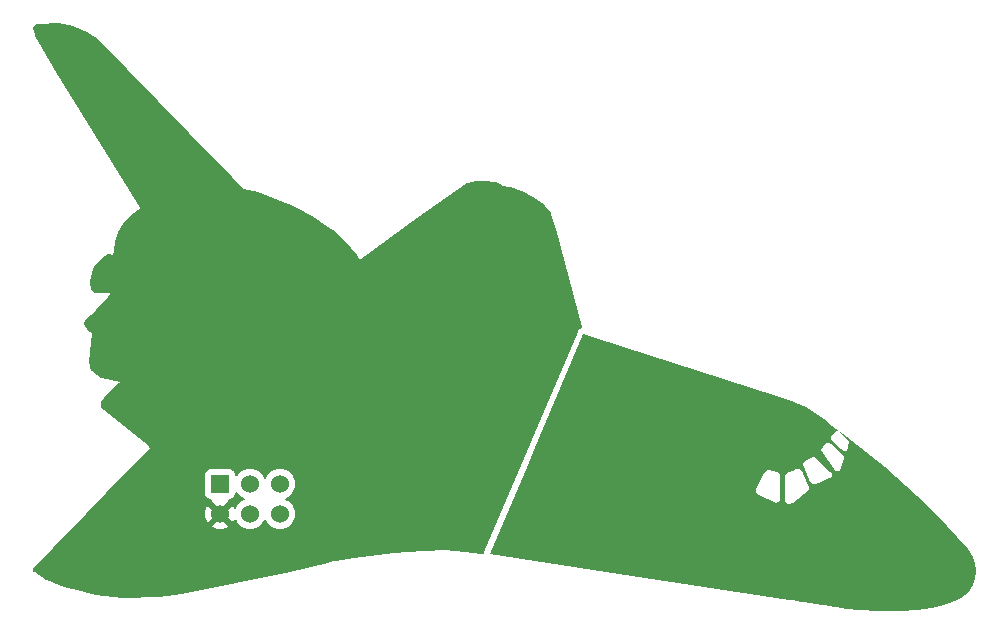
<source format=gtl>
%TF.GenerationSoftware,KiCad,Pcbnew,7.0.1-0*%
%TF.CreationDate,2023-03-26T18:35:46-04:00*%
%TF.ProjectId,space_shuttle_SAO,73706163-655f-4736-9875-74746c655f53,v04*%
%TF.SameCoordinates,Original*%
%TF.FileFunction,Copper,L1,Top*%
%TF.FilePolarity,Positive*%
%FSLAX46Y46*%
G04 Gerber Fmt 4.6, Leading zero omitted, Abs format (unit mm)*
G04 Created by KiCad (PCBNEW 7.0.1-0) date 2023-03-26 18:35:46*
%MOMM*%
%LPD*%
G01*
G04 APERTURE LIST*
%TA.AperFunction,ComponentPad*%
%ADD10R,1.524000X1.524000*%
%TD*%
%TA.AperFunction,ComponentPad*%
%ADD11C,1.524000*%
%TD*%
G04 APERTURE END LIST*
%TA.AperFunction,EtchedComponent*%
%TO.C,svg2mod*%
G36*
X147187899Y-94785932D02*
G01*
X164624047Y-100329793D01*
X166065817Y-100926656D01*
X167585105Y-101980338D01*
X168260517Y-102595803D01*
X169537441Y-103533730D01*
X172728462Y-106072595D01*
X175482298Y-108492085D01*
X177125091Y-110099738D01*
X178868655Y-111991612D01*
X179745088Y-112944009D01*
X180208624Y-113677299D01*
X180380707Y-114179592D01*
X180443752Y-114811594D01*
X180380707Y-115504575D01*
X180181235Y-116031675D01*
X179948174Y-116480745D01*
X179543031Y-116842996D01*
X179166828Y-117143235D01*
X178271274Y-117565433D01*
X177396392Y-117820198D01*
X176683774Y-117976259D01*
X175427003Y-118166945D01*
X174127859Y-118239811D01*
X172390496Y-118232561D01*
X170462448Y-118113705D01*
X168939028Y-117943692D01*
X168866585Y-117932737D01*
X168672090Y-117903307D01*
X168389793Y-117860558D01*
X168053943Y-117809642D01*
X167698792Y-117755714D01*
X167358589Y-117703928D01*
X167067583Y-117659439D01*
X166860026Y-117627399D01*
X166770167Y-117612963D01*
X166703702Y-117602391D01*
X166542987Y-117577825D01*
X166305350Y-117541848D01*
X166008115Y-117497042D01*
X165668609Y-117445989D01*
X165304157Y-117391272D01*
X164932086Y-117335473D01*
X164569721Y-117281173D01*
X164234389Y-117230955D01*
X163943415Y-117187402D01*
X163714125Y-117153096D01*
X163563846Y-117130619D01*
X163509902Y-117122552D01*
X150215621Y-115085983D01*
X139287607Y-113448874D01*
X141566366Y-108065738D01*
X161811370Y-108065738D01*
X161827906Y-108176326D01*
X161876997Y-108260559D01*
X161994821Y-108352025D01*
X162066134Y-108379415D01*
X163335306Y-109032086D01*
X163340466Y-109033145D01*
X163513583Y-109048120D01*
X163698584Y-109010914D01*
X163807103Y-108927714D01*
X163829437Y-108878083D01*
X164300654Y-108878083D01*
X164346128Y-109012960D01*
X164436047Y-109098224D01*
X164548701Y-109134398D01*
X164664972Y-109138023D01*
X164868577Y-109100301D01*
X164957977Y-109070845D01*
X164966762Y-109067220D01*
X166280375Y-107972197D01*
X166285032Y-107964974D01*
X166321206Y-107837850D01*
X166302077Y-107714861D01*
X166252986Y-107582053D01*
X165674726Y-106390394D01*
X165673138Y-106387298D01*
X165670492Y-106383674D01*
X165525800Y-106237946D01*
X165373871Y-106182135D01*
X165280949Y-106182646D01*
X165149173Y-106221920D01*
X165090261Y-106256544D01*
X164478412Y-106580039D01*
X164356458Y-106665823D01*
X164305814Y-106798630D01*
X164300654Y-106957793D01*
X164300654Y-108874987D01*
X164300654Y-108878083D01*
X163829437Y-108878083D01*
X163862915Y-108803690D01*
X163868603Y-108744262D01*
X163886701Y-106885980D01*
X163886701Y-106885450D01*
X163843809Y-106681846D01*
X163748723Y-106554721D01*
X163608679Y-106472558D01*
X163608150Y-106472558D01*
X162900699Y-106291173D01*
X162898053Y-106291173D01*
X162747243Y-106315951D01*
X162634586Y-106391399D01*
X162539503Y-106506636D01*
X162538974Y-106507694D01*
X161925056Y-107772733D01*
X161839791Y-107931380D01*
X161811370Y-108065738D01*
X141566366Y-108065738D01*
X142495376Y-105871128D01*
X165821360Y-105871128D01*
X165873552Y-106034426D01*
X166398067Y-107269491D01*
X166400184Y-107272586D01*
X166526274Y-107406428D01*
X166672517Y-107469473D01*
X166844083Y-107489634D01*
X166855963Y-107489105D01*
X166866308Y-107483946D01*
X167297291Y-107283442D01*
X167974770Y-106995604D01*
X167980961Y-106992959D01*
X168071912Y-106934049D01*
X168072441Y-106934049D01*
X168169074Y-106867903D01*
X168224886Y-106787803D01*
X168240390Y-106699954D01*
X168225918Y-106619338D01*
X168161322Y-106498415D01*
X168121532Y-106451907D01*
X168120473Y-106451378D01*
X166875587Y-105287108D01*
X166771201Y-105212694D01*
X166659582Y-105192533D01*
X166590311Y-105200891D01*
X166440964Y-105262385D01*
X165939187Y-105550739D01*
X165935563Y-105553834D01*
X165868382Y-105628764D01*
X165831176Y-105710931D01*
X165821360Y-105871128D01*
X142495376Y-105871128D01*
X143048229Y-104565118D01*
X167358209Y-104565118D01*
X167369586Y-104712396D01*
X167454334Y-104877760D01*
X167455393Y-104879877D01*
X167455922Y-104880935D01*
X168448109Y-106251911D01*
X168448109Y-106252440D01*
X168491517Y-106301015D01*
X168607272Y-106387830D01*
X168732846Y-106422453D01*
X168779873Y-106418829D01*
X168873925Y-106375937D01*
X168957639Y-106285505D01*
X168961263Y-106279314D01*
X169289926Y-105405464D01*
X169289926Y-105404406D01*
X169308526Y-105262295D01*
X169279073Y-105132586D01*
X169176753Y-105012698D01*
X168192315Y-104117663D01*
X168092581Y-104026194D01*
X167953571Y-103986922D01*
X167953042Y-103986922D01*
X167763897Y-104025077D01*
X167753049Y-104029734D01*
X167479163Y-104318606D01*
X167478105Y-104319664D01*
X167399558Y-104414232D01*
X167395933Y-104419391D01*
X167358209Y-104565118D01*
X143048229Y-104565118D01*
X143452267Y-103610655D01*
X168147350Y-103610655D01*
X168195927Y-103699539D01*
X168228481Y-103730027D01*
X168223322Y-103725900D01*
X169027925Y-104488127D01*
X169031021Y-104490773D01*
X169093547Y-104550717D01*
X169239277Y-104647869D01*
X169386036Y-104679392D01*
X169438230Y-104666983D01*
X169526596Y-104593085D01*
X169581891Y-104457692D01*
X169671807Y-103875815D01*
X169675935Y-103845327D01*
X168728705Y-103027289D01*
X168689946Y-102993700D01*
X168294111Y-103355375D01*
X168163886Y-103476813D01*
X168147350Y-103610655D01*
X143452267Y-103610655D01*
X147187899Y-94785932D01*
G37*
%TD.AperFunction*%
%TD*%
D10*
%TO.P,J1,1,VCC*%
%TO.N,Net-(J1-Pad1)*%
X116440956Y-107473398D03*
D11*
%TO.P,J1,2,GND*%
%TO.N,GND*%
X116440956Y-110013398D03*
%TO.P,J1,3,SDA*%
%TO.N,unconnected-(J1-Pad3)*%
X118980956Y-107473398D03*
%TO.P,J1,4,SCL*%
%TO.N,unconnected-(J1-Pad4)*%
X118980956Y-110013398D03*
%TO.P,J1,5,GPIO_1*%
%TO.N,unconnected-(J1-Pad5)*%
X121520956Y-107473398D03*
%TO.P,J1,6,GPIO_2*%
%TO.N,unconnected-(J1-Pad6)*%
X121520956Y-110013398D03*
%TD*%
%TA.AperFunction,Conductor*%
%TO.N,GND*%
G36*
X102847639Y-68490090D02*
G01*
X103951091Y-68695727D01*
X103976409Y-68703263D01*
X105141387Y-69188005D01*
X105162636Y-69199339D01*
X106103167Y-69823280D01*
X106123967Y-69840561D01*
X107929965Y-71702934D01*
X107929966Y-71702935D01*
X108539377Y-72330733D01*
X113798079Y-77748094D01*
X113798386Y-77748527D01*
X117489548Y-81519201D01*
X118168818Y-82213104D01*
X118406668Y-82456077D01*
X118412566Y-82463783D01*
X118417605Y-82468217D01*
X118423019Y-82470059D01*
X118433348Y-82471403D01*
X119640118Y-82784982D01*
X119653225Y-82789165D01*
X122228757Y-83769380D01*
X122238215Y-83773431D01*
X123164997Y-84216069D01*
X123168980Y-84218059D01*
X124085976Y-84697009D01*
X124240158Y-84777539D01*
X124252346Y-84784806D01*
X125849162Y-85863262D01*
X125862431Y-85873577D01*
X125991536Y-85988534D01*
X127027167Y-86910677D01*
X127042344Y-86924190D01*
X127054456Y-86936569D01*
X128010818Y-88058908D01*
X128152804Y-88225535D01*
X128160875Y-88236086D01*
X128309942Y-88453862D01*
X128311230Y-88456751D01*
X128323176Y-88473250D01*
X128323267Y-88473310D01*
X128323400Y-88473331D01*
X128323720Y-88473109D01*
X128323724Y-88473109D01*
X128323725Y-88473106D01*
X128341382Y-88460930D01*
X128343188Y-88459024D01*
X133145817Y-84996241D01*
X133146751Y-84995575D01*
X137359534Y-82024013D01*
X137405146Y-82003908D01*
X138101884Y-81851008D01*
X138122361Y-81848249D01*
X138623983Y-81822238D01*
X138640741Y-81822484D01*
X138963465Y-81848786D01*
X139613291Y-81901745D01*
X139643835Y-81908110D01*
X139769577Y-81951120D01*
X140156544Y-82083483D01*
X140172806Y-82090355D01*
X140410544Y-82211116D01*
X140414519Y-82213309D01*
X140419437Y-82213842D01*
X141011121Y-82301632D01*
X141036882Y-82308296D01*
X142188297Y-82740272D01*
X142203954Y-82747401D01*
X142944865Y-83148026D01*
X142960913Y-83158346D01*
X143918300Y-83882148D01*
X143941468Y-83904914D01*
X144124825Y-84138805D01*
X144444468Y-84546543D01*
X144465216Y-84585579D01*
X144884866Y-85885818D01*
X144886686Y-85891992D01*
X147093915Y-94152468D01*
X147095739Y-94209709D01*
X147072037Y-94261844D01*
X147027708Y-94298102D01*
X147006752Y-94308389D01*
X146989128Y-94317041D01*
X146978877Y-94321519D01*
X146932982Y-94339188D01*
X146923135Y-94344953D01*
X146921301Y-94346472D01*
X146899169Y-94360784D01*
X146865076Y-94392037D01*
X146856498Y-94399226D01*
X146817444Y-94429106D01*
X146809617Y-94437413D01*
X146808289Y-94439383D01*
X146791090Y-94459346D01*
X146767186Y-94498931D01*
X146760983Y-94508241D01*
X146731917Y-94547931D01*
X146726756Y-94558091D01*
X146712213Y-94603831D01*
X146708169Y-94614769D01*
X138823524Y-113240751D01*
X138821795Y-113244649D01*
X138795551Y-113301230D01*
X138790373Y-113335787D01*
X138764947Y-113394824D01*
X138713708Y-113433637D01*
X138649992Y-113442123D01*
X138515321Y-113425133D01*
X137207079Y-113260076D01*
X137204971Y-113259347D01*
X137181518Y-113256835D01*
X137179727Y-113256630D01*
X137163548Y-113254662D01*
X137161558Y-113254755D01*
X135476207Y-113079370D01*
X135466773Y-113077294D01*
X135457286Y-113077046D01*
X135447737Y-113078623D01*
X133692866Y-113170710D01*
X133691244Y-113170592D01*
X133677231Y-113171527D01*
X133676523Y-113171572D01*
X133658831Y-113172651D01*
X133657408Y-113172979D01*
X131187064Y-113354111D01*
X131184905Y-113353841D01*
X131162413Y-113355907D01*
X131161237Y-113356010D01*
X131149594Y-113356969D01*
X131147732Y-113357367D01*
X128430680Y-113628392D01*
X128424278Y-113628046D01*
X128415592Y-113629566D01*
X128406728Y-113630795D01*
X128399128Y-113631574D01*
X128393160Y-113633552D01*
X125656377Y-114121686D01*
X125651945Y-114121739D01*
X125637751Y-114124914D01*
X125633641Y-114125762D01*
X125622002Y-114127960D01*
X125617871Y-114129590D01*
X122375260Y-114896517D01*
X122371988Y-114897245D01*
X113224268Y-116805367D01*
X113214326Y-116807029D01*
X111254812Y-117054499D01*
X111241064Y-117055475D01*
X108116577Y-117106049D01*
X108102529Y-117105492D01*
X105946504Y-116899070D01*
X105923391Y-116894650D01*
X104353763Y-116439060D01*
X104348070Y-116436460D01*
X104340021Y-116434750D01*
X104331819Y-116432717D01*
X104323260Y-116430288D01*
X104316934Y-116429959D01*
X103228182Y-116205205D01*
X103206381Y-116198602D01*
X101759748Y-115613066D01*
X101739049Y-115602364D01*
X100733797Y-114958302D01*
X100733202Y-114957918D01*
X100646389Y-114901607D01*
X100607906Y-114862351D01*
X100589800Y-114810445D01*
X100595518Y-114755771D01*
X100623969Y-114708735D01*
X104106772Y-111073212D01*
X115740351Y-111073212D01*
X115803529Y-111117450D01*
X116004931Y-111211366D01*
X116219579Y-111268880D01*
X116440956Y-111288248D01*
X116662332Y-111268880D01*
X116876980Y-111211366D01*
X117078383Y-111117450D01*
X117141559Y-111073212D01*
X117141559Y-111073210D01*
X116440957Y-110372608D01*
X116440956Y-110372608D01*
X115740351Y-111073211D01*
X115740351Y-111073212D01*
X104106772Y-111073212D01*
X105122067Y-110013397D01*
X115166105Y-110013397D01*
X115185473Y-110234774D01*
X115242987Y-110449422D01*
X115336903Y-110650824D01*
X115381140Y-110714001D01*
X115381141Y-110714001D01*
X116081746Y-110013398D01*
X116081746Y-110013397D01*
X115381141Y-109312792D01*
X115336904Y-109375970D01*
X115242987Y-109577373D01*
X115185473Y-109792021D01*
X115166105Y-110013397D01*
X105122067Y-110013397D01*
X106778782Y-108284036D01*
X115170456Y-108284036D01*
X115176967Y-108344599D01*
X115190782Y-108381637D01*
X115228067Y-108481603D01*
X115315694Y-108598659D01*
X115432750Y-108686286D01*
X115432751Y-108686286D01*
X115432752Y-108686287D01*
X115569755Y-108737387D01*
X115630318Y-108743898D01*
X115640191Y-108743898D01*
X115701277Y-108759696D01*
X115747046Y-108803129D01*
X115766018Y-108863305D01*
X115753438Y-108925134D01*
X115741630Y-108938958D01*
X115740350Y-108953583D01*
X116440955Y-109654188D01*
X116440956Y-109654188D01*
X117141559Y-108953583D01*
X117140280Y-108938958D01*
X117128472Y-108925133D01*
X117115893Y-108863304D01*
X117134866Y-108803128D01*
X117180634Y-108759696D01*
X117241720Y-108743898D01*
X117251594Y-108743898D01*
X117312157Y-108737387D01*
X117449160Y-108686287D01*
X117566217Y-108598659D01*
X117653845Y-108481602D01*
X117704945Y-108344599D01*
X117711456Y-108284036D01*
X117711456Y-108275034D01*
X117727254Y-108213948D01*
X117770686Y-108168180D01*
X117830862Y-108149207D01*
X117892691Y-108161786D01*
X117940669Y-108202763D01*
X118003981Y-108293182D01*
X118161171Y-108450372D01*
X118343277Y-108577885D01*
X118343278Y-108577885D01*
X118343279Y-108577886D01*
X118453331Y-108629204D01*
X118506347Y-108675698D01*
X118526080Y-108743398D01*
X118506347Y-108811098D01*
X118453330Y-108857592D01*
X118441082Y-108863304D01*
X118343278Y-108908910D01*
X118161171Y-109036423D01*
X118003981Y-109193613D01*
X117876468Y-109375721D01*
X117824875Y-109486363D01*
X117778380Y-109539380D01*
X117710680Y-109559113D01*
X117642980Y-109539380D01*
X117596485Y-109486363D01*
X117545007Y-109375969D01*
X117500771Y-109312793D01*
X117500769Y-109312793D01*
X116800166Y-110013398D01*
X116800166Y-110013399D01*
X117500768Y-110714001D01*
X117500770Y-110714001D01*
X117545009Y-110650823D01*
X117596485Y-110540433D01*
X117642980Y-110487415D01*
X117710680Y-110467682D01*
X117778380Y-110487415D01*
X117824874Y-110540432D01*
X117835518Y-110563259D01*
X117876467Y-110651074D01*
X118003981Y-110833182D01*
X118161171Y-110990372D01*
X118343277Y-111117885D01*
X118343278Y-111117885D01*
X118343279Y-111117886D01*
X118544760Y-111211838D01*
X118695695Y-111252281D01*
X118759488Y-111269375D01*
X118759489Y-111269375D01*
X118759493Y-111269376D01*
X118980956Y-111288751D01*
X119202419Y-111269376D01*
X119417152Y-111211838D01*
X119618633Y-111117886D01*
X119800737Y-110990375D01*
X119957933Y-110833179D01*
X120085444Y-110651075D01*
X120136762Y-110541022D01*
X120183256Y-110488007D01*
X120250956Y-110468274D01*
X120318656Y-110488007D01*
X120365149Y-110541022D01*
X120392952Y-110600645D01*
X120416468Y-110651076D01*
X120543981Y-110833182D01*
X120701171Y-110990372D01*
X120883277Y-111117885D01*
X120883278Y-111117885D01*
X120883279Y-111117886D01*
X121084760Y-111211838D01*
X121235695Y-111252281D01*
X121299488Y-111269375D01*
X121299489Y-111269375D01*
X121299493Y-111269376D01*
X121520956Y-111288751D01*
X121742419Y-111269376D01*
X121957152Y-111211838D01*
X122158633Y-111117886D01*
X122340737Y-110990375D01*
X122497933Y-110833179D01*
X122625444Y-110651075D01*
X122719396Y-110449594D01*
X122776934Y-110234861D01*
X122796309Y-110013398D01*
X122776934Y-109791935D01*
X122719396Y-109577202D01*
X122625444Y-109375722D01*
X122497933Y-109193617D01*
X122497932Y-109193616D01*
X122497930Y-109193613D01*
X122340740Y-109036423D01*
X122158634Y-108908910D01*
X122108203Y-108885394D01*
X122048580Y-108857591D01*
X121995565Y-108811098D01*
X121975832Y-108743398D01*
X121995565Y-108675698D01*
X122048580Y-108629204D01*
X122158633Y-108577886D01*
X122340737Y-108450375D01*
X122497933Y-108293179D01*
X122625444Y-108111075D01*
X122719396Y-107909594D01*
X122776934Y-107694861D01*
X122796309Y-107473398D01*
X122776934Y-107251935D01*
X122719396Y-107037202D01*
X122625444Y-106835722D01*
X122624313Y-106834107D01*
X122504335Y-106662760D01*
X122497933Y-106653617D01*
X122497932Y-106653616D01*
X122497930Y-106653613D01*
X122340740Y-106496423D01*
X122158634Y-106368910D01*
X122088073Y-106336007D01*
X121957152Y-106274958D01*
X121943665Y-106271344D01*
X121742423Y-106217420D01*
X121520956Y-106198045D01*
X121299488Y-106217420D01*
X121084763Y-106274957D01*
X121084762Y-106274957D01*
X121084760Y-106274958D01*
X121024398Y-106303105D01*
X120883278Y-106368910D01*
X120701171Y-106496423D01*
X120543981Y-106653613D01*
X120416468Y-106835720D01*
X120365151Y-106945772D01*
X120318656Y-106998789D01*
X120250956Y-107018522D01*
X120183256Y-106998789D01*
X120136761Y-106945772D01*
X120125207Y-106920995D01*
X120085444Y-106835722D01*
X120084313Y-106834107D01*
X119964335Y-106662760D01*
X119957933Y-106653617D01*
X119957932Y-106653616D01*
X119957930Y-106653613D01*
X119800740Y-106496423D01*
X119618634Y-106368910D01*
X119548073Y-106336007D01*
X119417152Y-106274958D01*
X119403665Y-106271344D01*
X119202423Y-106217420D01*
X118980956Y-106198045D01*
X118759488Y-106217420D01*
X118544763Y-106274957D01*
X118544762Y-106274957D01*
X118544760Y-106274958D01*
X118484398Y-106303105D01*
X118343278Y-106368910D01*
X118161171Y-106496423D01*
X118003981Y-106653613D01*
X117940669Y-106744033D01*
X117892691Y-106785010D01*
X117830862Y-106797589D01*
X117770686Y-106778616D01*
X117727254Y-106732848D01*
X117711456Y-106671762D01*
X117711456Y-106662760D01*
X117710473Y-106653617D01*
X117704945Y-106602197D01*
X117653845Y-106465194D01*
X117581768Y-106368910D01*
X117566217Y-106348136D01*
X117449161Y-106260509D01*
X117380658Y-106234959D01*
X117312157Y-106209409D01*
X117251594Y-106202898D01*
X115630318Y-106202898D01*
X115569755Y-106209409D01*
X115432750Y-106260509D01*
X115315694Y-106348136D01*
X115228067Y-106465192D01*
X115199976Y-106540507D01*
X115176967Y-106602197D01*
X115170456Y-106662760D01*
X115170456Y-108284036D01*
X106778782Y-108284036D01*
X110481831Y-104418609D01*
X110485840Y-104414814D01*
X110486222Y-104414052D01*
X110486224Y-104414051D01*
X110486224Y-104414049D01*
X110486285Y-104413928D01*
X110486264Y-104412937D01*
X110484260Y-104407757D01*
X110457361Y-104326630D01*
X110454599Y-104314045D01*
X110454185Y-104313092D01*
X110453443Y-104312379D01*
X110442703Y-104305475D01*
X106585207Y-101229207D01*
X106561435Y-101204208D01*
X106364935Y-100930649D01*
X106347851Y-100897324D01*
X106341316Y-100860448D01*
X106335357Y-100632865D01*
X106342043Y-100588945D01*
X106363556Y-100550077D01*
X106959185Y-99817668D01*
X106970046Y-99805925D01*
X107901430Y-98919215D01*
X107902731Y-98918256D01*
X107911875Y-98909303D01*
X107914214Y-98907070D01*
X107929601Y-98892756D01*
X107930963Y-98890790D01*
X107972734Y-98850305D01*
X107983084Y-98842073D01*
X107983115Y-98841979D01*
X107983241Y-98840895D01*
X107983235Y-98840829D01*
X107982844Y-98840063D01*
X107982065Y-98839631D01*
X107981521Y-98839455D01*
X107969397Y-98838055D01*
X106430393Y-98507954D01*
X106388143Y-98490396D01*
X105564639Y-97955045D01*
X105528616Y-97919507D01*
X105509480Y-97872667D01*
X105378167Y-97173535D01*
X105376438Y-97139807D01*
X105579653Y-94702542D01*
X105580223Y-94697920D01*
X105580097Y-94697391D01*
X105580098Y-94697390D01*
X105580097Y-94697388D01*
X105580067Y-94697262D01*
X105579698Y-94696822D01*
X105575935Y-94694687D01*
X105219496Y-94475156D01*
X105191459Y-94451650D01*
X105171358Y-94421080D01*
X105159589Y-94395818D01*
X104961263Y-93970099D01*
X104949958Y-93927886D01*
X104953752Y-93884349D01*
X105009756Y-93674860D01*
X105023953Y-93641725D01*
X105046952Y-93613967D01*
X105545881Y-93162648D01*
X105547145Y-93161754D01*
X105556094Y-93153438D01*
X105558294Y-93151441D01*
X105574873Y-93136746D01*
X105576188Y-93134919D01*
X105959631Y-92781743D01*
X105962924Y-92778877D01*
X105963036Y-92778652D01*
X105963338Y-92774232D01*
X105970347Y-92702118D01*
X105982177Y-92659759D01*
X106007846Y-92624046D01*
X106565646Y-92080855D01*
X106571767Y-92076614D01*
X106576735Y-92070836D01*
X106585424Y-92061697D01*
X106590693Y-92056682D01*
X106594573Y-92050506D01*
X106975354Y-91619171D01*
X106982066Y-91612599D01*
X106985680Y-91603924D01*
X107112580Y-91352763D01*
X107116961Y-91346647D01*
X107119159Y-91341055D01*
X107121827Y-91335156D01*
X107121841Y-91334781D01*
X107121757Y-91334559D01*
X107121488Y-91334274D01*
X107116509Y-91334094D01*
X107109347Y-91333574D01*
X107102414Y-91334687D01*
X105914385Y-91351458D01*
X105868696Y-91343572D01*
X105828953Y-91319695D01*
X105544891Y-91067500D01*
X105517192Y-91032239D01*
X105503594Y-90989511D01*
X105419995Y-90346118D01*
X105421282Y-90305729D01*
X105563764Y-89576261D01*
X105577387Y-89539041D01*
X105892918Y-88973401D01*
X105907983Y-88951983D01*
X106469693Y-88307885D01*
X106502237Y-88281249D01*
X106927495Y-88038781D01*
X106963689Y-88024998D01*
X107002361Y-88022859D01*
X107342510Y-88056668D01*
X107351514Y-88058747D01*
X107359225Y-88059011D01*
X107359501Y-88058908D01*
X107360055Y-88058381D01*
X107362857Y-88052056D01*
X107365032Y-88042617D01*
X107374120Y-88018010D01*
X107443872Y-87829133D01*
X107448032Y-87820053D01*
X107448339Y-87809972D01*
X107546058Y-86926133D01*
X107553185Y-86896096D01*
X107890472Y-85988530D01*
X107902296Y-85964751D01*
X107950734Y-85888682D01*
X108313703Y-85318656D01*
X108331379Y-85296752D01*
X108930074Y-84704745D01*
X108945335Y-84691880D01*
X109714136Y-84141843D01*
X109718396Y-84139015D01*
X109718537Y-84138310D01*
X109715981Y-84134456D01*
X109573397Y-83904917D01*
X102383823Y-72330733D01*
X102380803Y-72325605D01*
X102300934Y-72182351D01*
X100813498Y-69514466D01*
X100804006Y-69492923D01*
X100610662Y-68912232D01*
X100605635Y-68853538D01*
X100627837Y-68798974D01*
X100733389Y-68651873D01*
X100769565Y-68618121D01*
X100884642Y-68547075D01*
X100931115Y-68529843D01*
X101049218Y-68511142D01*
X101054607Y-68511288D01*
X101064852Y-68509093D01*
X101089917Y-68506303D01*
X102823227Y-68487965D01*
X102847639Y-68490090D01*
G37*
%TD.AperFunction*%
%TD*%
M02*

</source>
